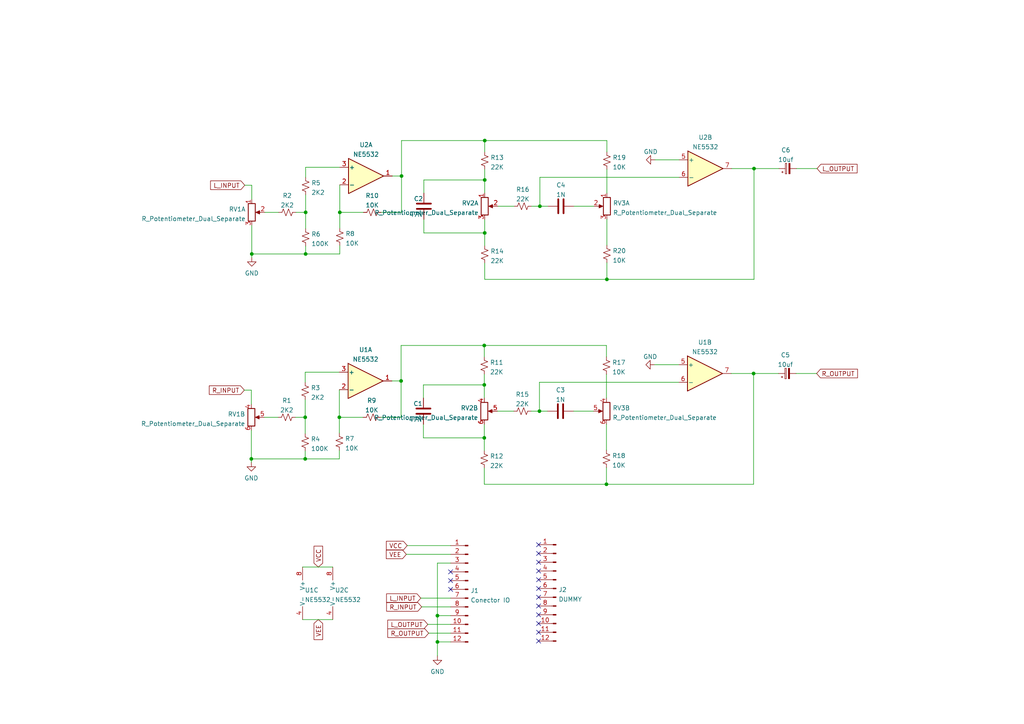
<source format=kicad_sch>
(kicad_sch (version 20211123) (generator eeschema)
  (paper "A4")
  (lib_symbols
    (symbol "Amplifier_Operational:NE5532" (pin_names (offset 0.127))
      (property "Reference" "U" (at 0 5.08 0))
      (property "Value" "NE5532" (at 0 -5.08 0))
      (symbol "NE5532_1_1"
        (polyline (pts (xy -5.08 5.08) (xy 5.08 0) (xy -5.08 -5.08) (xy -5.08 5.08)) (stroke (width 0.254)) (fill (type background)))
        (pin output line (at 7.62 0 180) (length 2.54) (name "~") (number "1"))
        (pin input line (at -7.62 -2.54 0) (length 2.54) (name "-") (number "2"))
        (pin input line (at -7.62 2.54 0) (length 2.54) (name "+") (number "3"))
      )
      (symbol "NE5532_2_1"
        (polyline (pts (xy -5.08 5.08) (xy 5.08 0) (xy -5.08 -5.08) (xy -5.08 5.08)) (stroke (width 0.254)) (fill (type background)))
        (pin input line (at -7.62 2.54 0) (length 2.54) (name "+") (number "5"))
        (pin input line (at -7.62 -2.54 0) (length 2.54) (name "-") (number "6"))
        (pin output line (at 7.62 0 180) (length 2.54) (name "~") (number "7"))
      )
      (symbol "NE5532_3_1"
        (pin power_in line (at -2.54 -7.62 90) (length 3.81) (name "V-") (number "4"))
        (pin power_in line (at -2.54 7.62 270) (length 3.81) (name "V+") (number "8"))
      )
    )
    (symbol "Connector:Conn_01x12_Male" (pin_names (offset 1.016) hide)
      (property "Reference" "J" (at 0 15.24 0))
      (property "Value" "Conn_01x12_Male" (at 0 -17.78 0))
      (symbol "Conn_01x12_Male_1_1"
        (polyline (pts (xy 1.27 -15.24) (xy 0.8636 -15.24)) (stroke (width 0.1524)))
        (polyline (pts (xy 1.27 -12.7) (xy 0.8636 -12.7)) (stroke (width 0.1524)))
        (polyline (pts (xy 1.27 -10.16) (xy 0.8636 -10.16)) (stroke (width 0.1524)))
        (polyline (pts (xy 1.27 -7.62) (xy 0.8636 -7.62)) (stroke (width 0.1524)))
        (polyline (pts (xy 1.27 -5.08) (xy 0.8636 -5.08)) (stroke (width 0.1524)))
        (polyline (pts (xy 1.27 -2.54) (xy 0.8636 -2.54)) (stroke (width 0.1524)))
        (polyline (pts (xy 1.27 0) (xy 0.8636 0)) (stroke (width 0.1524)))
        (polyline (pts (xy 1.27 2.54) (xy 0.8636 2.54)) (stroke (width 0.1524)))
        (polyline (pts (xy 1.27 5.08) (xy 0.8636 5.08)) (stroke (width 0.1524)))
        (polyline (pts (xy 1.27 7.62) (xy 0.8636 7.62)) (stroke (width 0.1524)))
        (polyline (pts (xy 1.27 10.16) (xy 0.8636 10.16)) (stroke (width 0.1524)))
        (polyline (pts (xy 1.27 12.7) (xy 0.8636 12.7)) (stroke (width 0.1524)))
        (rectangle (start 0.8636 -15.113) (end 0 -15.367) (stroke (width 0.1524)) (fill (type outline)))
        (rectangle (start 0.8636 -12.573) (end 0 -12.827) (stroke (width 0.1524)) (fill (type outline)))
        (rectangle (start 0.8636 -10.033) (end 0 -10.287) (stroke (width 0.1524)) (fill (type outline)))
        (rectangle (start 0.8636 -7.493) (end 0 -7.747) (stroke (width 0.1524)) (fill (type outline)))
        (rectangle (start 0.8636 -4.953) (end 0 -5.207) (stroke (width 0.1524)) (fill (type outline)))
        (rectangle (start 0.8636 -2.413) (end 0 -2.667) (stroke (width 0.1524)) (fill (type outline)))
        (rectangle (start 0.8636 0.127) (end 0 -0.127) (stroke (width 0.1524)) (fill (type outline)))
        (rectangle (start 0.8636 2.667) (end 0 2.413) (stroke (width 0.1524)) (fill (type outline)))
        (rectangle (start 0.8636 5.207) (end 0 4.953) (stroke (width 0.1524)) (fill (type outline)))
        (rectangle (start 0.8636 7.747) (end 0 7.493) (stroke (width 0.1524)) (fill (type outline)))
        (rectangle (start 0.8636 10.287) (end 0 10.033) (stroke (width 0.1524)) (fill (type outline)))
        (rectangle (start 0.8636 12.827) (end 0 12.573) (stroke (width 0.1524)) (fill (type outline)))
        (pin passive line (at 5.08 12.7 180) (length 3.81) (name "Pin_1") (number "1"))
        (pin passive line (at 5.08 -10.16 180) (length 3.81) (name "Pin_10") (number "10"))
        (pin passive line (at 5.08 -12.7 180) (length 3.81) (name "Pin_11") (number "11"))
        (pin passive line (at 5.08 -15.24 180) (length 3.81) (name "Pin_12") (number "12"))
        (pin passive line (at 5.08 10.16 180) (length 3.81) (name "Pin_2") (number "2"))
        (pin passive line (at 5.08 7.62 180) (length 3.81) (name "Pin_3") (number "3"))
        (pin passive line (at 5.08 5.08 180) (length 3.81) (name "Pin_4") (number "4"))
        (pin passive line (at 5.08 2.54 180) (length 3.81) (name "Pin_5") (number "5"))
        (pin passive line (at 5.08 0 180) (length 3.81) (name "Pin_6") (number "6"))
        (pin passive line (at 5.08 -2.54 180) (length 3.81) (name "Pin_7") (number "7"))
        (pin passive line (at 5.08 -5.08 180) (length 3.81) (name "Pin_8") (number "8"))
        (pin passive line (at 5.08 -7.62 180) (length 3.81) (name "Pin_9") (number "9"))
      )
    )
    (symbol "Device:C" (pin_numbers hide) (pin_names (offset 0.254))
      (property "Reference" "C" (at 0.635 2.54 0))
      (property "Value" "C" (at 0.635 -2.54 0))
      (symbol "C_0_1"
        (polyline (pts (xy -2.032 -0.762) (xy 2.032 -0.762)) (stroke (width 0.508)))
        (polyline (pts (xy -2.032 0.762) (xy 2.032 0.762)) (stroke (width 0.508)))
      )
      (symbol "C_1_1"
        (pin passive line (at 0 3.81 270) (length 2.794) (name "~") (number "1"))
        (pin passive line (at 0 -3.81 90) (length 2.794) (name "~") (number "2"))
      )
    )
    (symbol "Device:C_Polarized_Small" (pin_numbers hide) (pin_names (offset 0.254) hide)
      (property "Reference" "C" (at 0.254 1.778 0))
      (property "Value" "C_Polarized_Small" (at 0.254 -2.032 0))
      (symbol "C_Polarized_Small_0_1"
        (rectangle (start -1.524 -0.3048) (end 1.524 -0.6858) (fill (type outline)))
        (rectangle (start -1.524 0.6858) (end 1.524 0.3048))
        (polyline (pts (xy -1.27 1.524) (xy -0.762 1.524)))
        (polyline (pts (xy -1.016 1.27) (xy -1.016 1.778)))
      )
      (symbol "C_Polarized_Small_1_1"
        (pin passive line (at 0 2.54 270) (length 1.8542) (name "~") (number "1"))
        (pin passive line (at 0 -2.54 90) (length 1.8542) (name "~") (number "2"))
      )
    )
    (symbol "Device:R_Potentiometer_Dual_Separate" (pin_names (offset 1.016) hide)
      (property "Reference" "RV" (at -4.445 0 90))
      (property "Value" "R_Potentiometer_Dual_Separate" (at -2.54 0 90))
      (symbol "R_Potentiometer_Dual_Separate_0_1"
        (polyline (pts (xy 2.54 0) (xy 1.524 0)))
        (polyline (pts (xy 1.143 0) (xy 2.286 0.508) (xy 2.286 -0.508) (xy 1.143 0)) (fill (type outline)))
        (rectangle (start 1.016 2.54) (end -1.016 -2.54) (stroke (width 0.254)))
      )
      (symbol "R_Potentiometer_Dual_Separate_1_1"
        (pin passive line (at 0 3.81 270) (length 1.27) (name "1") (number "1"))
        (pin passive line (at 3.81 0 180) (length 1.27) (name "2") (number "2"))
        (pin passive line (at 0 -3.81 90) (length 1.27) (name "3") (number "3"))
      )
      (symbol "R_Potentiometer_Dual_Separate_2_1"
        (pin passive line (at 0 3.81 270) (length 1.27) (name "4") (number "4"))
        (pin passive line (at 3.81 0 180) (length 1.27) (name "5") (number "5"))
        (pin passive line (at 0 -3.81 90) (length 1.27) (name "6") (number "6"))
      )
    )
    (symbol "Device:R_Small_US" (pin_numbers hide) (pin_names (offset 0.254) hide)
      (property "Reference" "R" (at 0.762 0.508 0))
      (property "Value" "R_Small_US" (at 0.762 -1.016 0))
      (symbol "R_Small_US_1_1"
        (polyline (pts (xy 0 0) (xy 1.016 -0.381) (xy 0 -0.762) (xy -1.016 -1.143) (xy 0 -1.524)))
        (polyline (pts (xy 0 1.524) (xy 1.016 1.143) (xy 0 0.762) (xy -1.016 0.381) (xy 0 0)))
        (pin passive line (at 0 2.54 270) (length 1.016) (name "~") (number "1"))
        (pin passive line (at 0 -2.54 90) (length 1.016) (name "~") (number "2"))
      )
    )
    (symbol "power:GND" (power) (pin_names (offset 0))
      (property "Value" "GND" (at 0 -3.81 0))
      (symbol "GND_0_1"
        (polyline (pts (xy 0 0) (xy 0 -1.27) (xy 1.27 -1.27) (xy 0 -2.54) (xy -1.27 -1.27) (xy 0 -1.27)))
      )
      (symbol "GND_1_1"
        (pin power_in line (at 0 0 270) (length 0) hide (name "GND") (number "1"))
      )
    )
  )
  (junction (at 116.459 51.054))
  (junction (at 73.025 73.66))
  (junction (at 126.873 178.562))
  (junction (at 88.519 133.096))
  (junction (at 140.589 67.564))
  (junction (at 140.589 40.767))
  (junction (at 126.873 186.182))
  (junction (at 175.895 140.462))
  (junction (at 176.022 81.026))
  (junction (at 72.898 133.096))
  (junction (at 218.694 48.895))
  (junction (at 98.552 61.595))
  (junction (at 140.589 52.197))
  (junction (at 218.567 108.331))
  (junction (at 156.591 59.817))
  (junction (at 88.646 73.66))
  (junction (at 140.462 100.203))
  (junction (at 116.332 110.49))
  (junction (at 140.462 111.633))
  (junction (at 98.425 121.031))
  (junction (at 88.519 121.031))
  (junction (at 140.462 127))
  (junction (at 88.646 61.595))
  (junction (at 156.464 119.253))
  (no_connect (at 130.683 170.942))
  (no_connect (at 130.683 168.402))
  (no_connect (at 130.683 165.862))
  (no_connect (at 156.21 157.988))
  (no_connect (at 156.21 160.528))
  (no_connect (at 156.21 163.068))
  (no_connect (at 156.21 165.608))
  (no_connect (at 156.21 168.148))
  (no_connect (at 156.21 170.688))
  (no_connect (at 156.21 173.228))
  (no_connect (at 156.21 175.768))
  (no_connect (at 156.21 178.308))
  (no_connect (at 156.21 180.848))
  (no_connect (at 156.21 183.388))
  (no_connect (at 156.21 185.928))
  (wire (pts (xy 126.873 178.562) (xy 126.873 163.322)))
  (wire (pts (xy 218.694 48.895) (xy 225.933 48.895)))
  (wire (pts (xy 140.462 111.633) (xy 140.462 115.443)))
  (wire (pts (xy 140.589 44.069) (xy 140.589 40.767)))
  (wire (pts (xy 196.85 110.871) (xy 156.464 110.871)))
  (wire (pts (xy 72.898 113.157) (xy 72.898 117.221)))
  (wire (pts (xy 88.519 121.031) (xy 88.519 115.951)))
  (wire (pts (xy 156.591 51.435) (xy 156.591 59.817)))
  (wire (pts (xy 98.425 121.031) (xy 105.283 121.031)))
  (wire (pts (xy 117.856 160.782) (xy 130.683 160.782)))
  (wire (pts (xy 140.589 52.197) (xy 140.589 56.007)))
  (wire (pts (xy 98.552 71.247) (xy 98.552 73.66)))
  (wire (pts (xy 140.462 108.585) (xy 140.462 111.633)))
  (wire (pts (xy 85.852 61.595) (xy 88.646 61.595)))
  (wire (pts (xy 156.464 119.253) (xy 158.75 119.253)))
  (wire (pts (xy 176.022 49.149) (xy 176.022 56.007)))
  (wire (pts (xy 70.866 113.157) (xy 72.898 113.157)))
  (wire (pts (xy 144.272 119.253) (xy 148.971 119.253)))
  (wire (pts (xy 87.757 179.705) (xy 96.52 179.705)))
  (wire (pts (xy 122.301 176.022) (xy 130.683 176.022)))
  (wire (pts (xy 176.022 44.069) (xy 176.022 40.767)))
  (wire (pts (xy 176.022 40.767) (xy 140.589 40.767)))
  (wire (pts (xy 196.977 51.435) (xy 156.591 51.435)))
  (wire (pts (xy 189.865 105.791) (xy 196.85 105.791)))
  (wire (pts (xy 124.333 183.642) (xy 130.683 183.642)))
  (wire (pts (xy 126.873 186.182) (xy 126.873 178.562)))
  (wire (pts (xy 118.11 158.242) (xy 130.683 158.242)))
  (wire (pts (xy 88.646 61.595) (xy 88.646 56.515)))
  (wire (pts (xy 72.898 133.096) (xy 72.898 134.112)))
  (wire (pts (xy 98.425 107.95) (xy 88.519 107.95)))
  (wire (pts (xy 144.399 59.817) (xy 149.098 59.817)))
  (wire (pts (xy 122.047 173.482) (xy 130.683 173.482)))
  (wire (pts (xy 218.694 48.895) (xy 218.694 81.026)))
  (wire (pts (xy 176.022 63.627) (xy 176.022 71.12)))
  (wire (pts (xy 176.022 81.026) (xy 140.589 81.026)))
  (wire (pts (xy 154.178 59.817) (xy 156.591 59.817)))
  (wire (pts (xy 116.332 110.49) (xy 116.332 121.031)))
  (wire (pts (xy 116.459 40.767) (xy 116.459 51.054)))
  (wire (pts (xy 140.462 100.203) (xy 116.332 100.203)))
  (wire (pts (xy 230.886 108.331) (xy 236.855 108.331)))
  (wire (pts (xy 87.757 164.465) (xy 96.52 164.465)))
  (wire (pts (xy 218.567 140.462) (xy 175.895 140.462)))
  (wire (pts (xy 218.694 81.026) (xy 176.022 81.026)))
  (wire (pts (xy 166.497 59.817) (xy 172.212 59.817)))
  (wire (pts (xy 98.425 113.03) (xy 98.425 121.031)))
  (wire (pts (xy 212.09 108.331) (xy 218.567 108.331)))
  (wire (pts (xy 113.665 110.49) (xy 116.332 110.49)))
  (wire (pts (xy 88.519 121.031) (xy 88.519 125.73)))
  (wire (pts (xy 98.425 133.096) (xy 88.519 133.096)))
  (wire (pts (xy 231.013 48.895) (xy 236.982 48.895)))
  (wire (pts (xy 140.589 67.564) (xy 140.589 71.247)))
  (wire (pts (xy 140.589 49.149) (xy 140.589 52.197)))
  (wire (pts (xy 73.025 65.405) (xy 73.025 73.66)))
  (wire (pts (xy 98.552 61.595) (xy 105.41 61.595)))
  (wire (pts (xy 116.459 61.595) (xy 110.49 61.595)))
  (wire (pts (xy 189.992 46.355) (xy 196.977 46.355)))
  (wire (pts (xy 156.591 59.817) (xy 158.877 59.817)))
  (wire (pts (xy 73.025 53.721) (xy 73.025 57.785)))
  (wire (pts (xy 98.552 53.594) (xy 98.552 61.595)))
  (wire (pts (xy 70.993 53.721) (xy 73.025 53.721)))
  (wire (pts (xy 98.552 61.595) (xy 98.552 66.167)))
  (wire (pts (xy 124.079 181.102) (xy 130.683 181.102)))
  (wire (pts (xy 175.895 123.063) (xy 175.895 130.556)))
  (wire (pts (xy 140.589 40.767) (xy 116.459 40.767)))
  (wire (pts (xy 88.646 73.66) (xy 73.025 73.66)))
  (wire (pts (xy 126.873 178.562) (xy 130.683 178.562)))
  (wire (pts (xy 140.462 123.063) (xy 140.462 127)))
  (wire (pts (xy 116.332 121.031) (xy 110.363 121.031)))
  (wire (pts (xy 122.809 123.063) (xy 122.809 127)))
  (wire (pts (xy 156.464 110.871) (xy 156.464 119.253)))
  (wire (pts (xy 76.835 61.595) (xy 80.772 61.595)))
  (wire (pts (xy 175.895 103.505) (xy 175.895 100.203)))
  (wire (pts (xy 140.462 127) (xy 140.462 130.683)))
  (wire (pts (xy 126.873 190.246) (xy 126.873 186.182)))
  (wire (pts (xy 122.936 63.627) (xy 122.936 67.564)))
  (wire (pts (xy 88.519 107.95) (xy 88.519 110.871)))
  (wire (pts (xy 122.809 127) (xy 140.462 127)))
  (wire (pts (xy 218.567 108.331) (xy 218.567 140.462)))
  (wire (pts (xy 116.332 100.203) (xy 116.332 110.49)))
  (wire (pts (xy 88.646 71.374) (xy 88.646 73.66)))
  (wire (pts (xy 98.552 48.514) (xy 88.646 48.514)))
  (wire (pts (xy 85.725 121.031) (xy 88.519 121.031)))
  (wire (pts (xy 88.519 133.096) (xy 72.898 133.096)))
  (wire (pts (xy 98.425 130.683) (xy 98.425 133.096)))
  (wire (pts (xy 88.519 130.81) (xy 88.519 133.096)))
  (wire (pts (xy 166.37 119.253) (xy 172.085 119.253)))
  (wire (pts (xy 88.646 61.595) (xy 88.646 66.294)))
  (wire (pts (xy 154.051 119.253) (xy 156.464 119.253)))
  (wire (pts (xy 175.895 140.462) (xy 140.462 140.462)))
  (wire (pts (xy 176.022 76.2) (xy 176.022 81.026)))
  (wire (pts (xy 72.898 124.841) (xy 72.898 133.096)))
  (wire (pts (xy 126.873 186.182) (xy 130.683 186.182)))
  (wire (pts (xy 122.936 67.564) (xy 140.589 67.564)))
  (wire (pts (xy 140.589 63.627) (xy 140.589 67.564)))
  (wire (pts (xy 175.895 100.203) (xy 140.462 100.203)))
  (wire (pts (xy 88.646 48.514) (xy 88.646 51.435)))
  (wire (pts (xy 218.567 108.331) (xy 225.806 108.331)))
  (wire (pts (xy 98.425 121.031) (xy 98.425 125.603)))
  (wire (pts (xy 113.792 51.054) (xy 116.459 51.054)))
  (wire (pts (xy 212.217 48.895) (xy 218.694 48.895)))
  (wire (pts (xy 140.589 81.026) (xy 140.589 76.327)))
  (wire (pts (xy 122.936 52.197) (xy 140.589 52.197)))
  (wire (pts (xy 73.025 73.66) (xy 73.025 74.676)))
  (wire (pts (xy 76.708 121.031) (xy 80.645 121.031)))
  (wire (pts (xy 122.936 56.007) (xy 122.936 52.197)))
  (wire (pts (xy 175.895 108.585) (xy 175.895 115.443)))
  (wire (pts (xy 140.462 140.462) (xy 140.462 135.763)))
  (wire (pts (xy 116.459 51.054) (xy 116.459 61.595)))
  (wire (pts (xy 175.895 135.636) (xy 175.895 140.462)))
  (wire (pts (xy 122.809 115.443) (xy 122.809 111.633)))
  (wire (pts (xy 98.552 73.66) (xy 88.646 73.66)))
  (wire (pts (xy 140.462 103.505) (xy 140.462 100.203)))
  (wire (pts (xy 122.809 111.633) (xy 140.462 111.633)))
  (wire (pts (xy 126.873 163.322) (xy 130.683 163.322)))
  (global_label "L_INPUT" (shape input) (at 70.993 53.721 180) (property "Intersheet References" "${INTERSHEET_REFS}" (effects hide)))
  (global_label "R_OUTPUT" (shape input) (at 124.333 183.642 180) (property "Intersheet References" "${INTERSHEET_REFS}" (effects hide)))
  (global_label "VCC" (shape input) (at 118.11 158.242 180) (property "Intersheet References" "${INTERSHEET_REFS}" (effects hide)))
  (global_label "VEE" (shape input) (at 117.856 160.782 180) (property "Intersheet References" "${INTERSHEET_REFS}" (effects hide)))
  (global_label "VCC" (shape input) (at 92.329 164.465 90) (property "Intersheet References" "${INTERSHEET_REFS}" (effects hide)))
  (global_label "R_INPUT" (shape input) (at 122.301 176.022 180) (property "Intersheet References" "${INTERSHEET_REFS}" (effects hide)))
  (global_label "R_INPUT" (shape input) (at 70.866 113.157 180) (property "Intersheet References" "${INTERSHEET_REFS}" (effects hide)))
  (global_label "L_OUTPUT" (shape input) (at 236.982 48.895 0) (property "Intersheet References" "${INTERSHEET_REFS}" (effects hide)))
  (global_label "R_OUTPUT" (shape input) (at 236.855 108.331 0) (property "Intersheet References" "${INTERSHEET_REFS}" (effects hide)))
  (global_label "VEE" (shape input) (at 92.329 179.705 270) (property "Intersheet References" "${INTERSHEET_REFS}" (effects hide)))
  (global_label "L_INPUT" (shape input) (at 122.047 173.482 180) (property "Intersheet References" "${INTERSHEET_REFS}" (effects hide)))
  (global_label "L_OUTPUT" (shape input) (at 124.079 181.102 180) (property "Intersheet References" "${INTERSHEET_REFS}" (effects hide)))
  (symbol (lib_id "Device:C") (at 122.936 59.817 0) (unit 1)
    (property "Reference" "C2" (at 120.015 57.658 0) (effects (justify left)))
    (property "Value" "47N" (at 118.618 62.23 0) (effects (justify left)))
    (property "Footprint" "Capacitor_SMD:C_1210_3225Metric" (effects hide))
  )
  (symbol (lib_id "Device:R_Small_US") (at 176.022 73.66 180) (unit 1)
    (property "Reference" "R20" (at 177.673 72.7515 0) (effects (justify right)))
    (property "Value" "10K" (at 177.673 75.5266 0) (effects (justify right)))
    (property "Footprint" "Resistor_SMD:R_0805_2012Metric" (effects hide))
  )
  (symbol (lib_id "Device:R_Small_US") (at 151.638 59.817 270) (unit 1)
    (property "Reference" "R16" (at 151.638 54.9615 90))
    (property "Value" "22K" (at 151.638 57.7366 90))
    (property "Footprint" "Resistor_SMD:R_0805_2012Metric" (effects hide))
  )
  (symbol (lib_id "power:GND") (at 72.898 134.112 0) (unit 1)
    (property "Reference" "#PWR0107" (effects hide))
    (property "Value" "GND" (at 72.898 138.6745 0))
  )
  (symbol (lib_id "Device:R_Small_US") (at 176.022 46.609 180) (unit 1)
    (property "Reference" "R19" (at 177.673 45.7005 0) (effects (justify right)))
    (property "Value" "10K" (at 177.673 48.4756 0) (effects (justify right)))
    (property "Footprint" "Resistor_SMD:R_0805_2012Metric" (effects hide))
  )
  (symbol (lib_id "Device:R_Small_US") (at 98.425 128.143 180) (unit 1)
    (property "Reference" "R7" (at 100.076 127.2345 0) (effects (justify right)))
    (property "Value" "10K" (at 100.076 130.0096 0) (effects (justify right)))
    (property "Footprint" "Resistor_SMD:R_0805_2012Metric" (effects hide))
  )
  (symbol (lib_id "Device:R_Potentiometer_Dual_Separate") (at 176.022 59.817 0) (mirror y) (unit 1)
    (property "Reference" "RV3" (at 177.8 58.9085 0) (effects (justify right)))
    (property "Value" "R_Potentiometer_Dual_Separate" (at 177.8 61.6836 0) (effects (justify right)))
    (property "Footprint" "Potentiometer_THT:Potentiometer_Alpha_RD902F-40-00D_Dual_Vertical" (effects hide))
  )
  (symbol (lib_id "Amplifier_Operational:NE5532") (at 106.045 110.49 0) (unit 1)
    (property "Reference" "U1" (at 106.045 101.4435 0))
    (property "Value" "NE5532" (at 106.045 104.2186 0))
    (property "Footprint" "Package_DIP:DIP-8_W7.62mm_Socket" (effects hide))
    (property "Datasheet" "http://www.ti.com/lit/ds/symlink/ne5532.pdf" (effects hide))
  )
  (symbol (lib_id "Device:R_Potentiometer_Dual_Separate") (at 140.462 119.253 0) (unit 2)
    (property "Reference" "RV2" (at 138.684 118.3445 0) (effects (justify right)))
    (property "Value" "R_Potentiometer_Dual_Separate" (at 138.684 121.1196 0) (effects (justify right)))
    (property "Footprint" "Potentiometer_THT:Potentiometer_Alpha_RD902F-40-00D_Dual_Vertical" (effects hide))
  )
  (symbol (lib_id "Device:R_Small_US") (at 88.519 128.27 180) (unit 1)
    (property "Reference" "R4" (at 90.17 127.3615 0) (effects (justify right)))
    (property "Value" "100K" (at 90.17 130.1366 0) (effects (justify right)))
    (property "Footprint" "Resistor_SMD:R_0805_2012Metric" (effects hide))
  )
  (symbol (lib_id "Connector:Conn_01x12_Male") (at 161.29 170.688 0) (mirror y) (unit 1)
    (property "Reference" "J2" (at 162.0012 171.0495 0) (effects (justify right)))
    (property "Value" "DUMMY" (at 162.0012 173.8246 0) (effects (justify right)))
    (property "Footprint" "TSD MIXER FOOTPRINTS:PinHeader_2x12_P2.54mm_Vertical" (effects hide))
  )
  (symbol (lib_id "Device:C_Polarized_Small") (at 228.473 48.895 90) (unit 1)
    (property "Reference" "C6" (at 227.9269 43.5315 90))
    (property "Value" "10uf" (at 227.9269 46.3066 90))
    (property "Footprint" "Capacitor_SMD:CP_Elec_6.3x5.4_Nichicon" (effects hide))
  )
  (symbol (lib_id "Amplifier_Operational:NE5532") (at 99.06 172.085 0) (unit 3)
    (property "Reference" "U2" (at 97.155 171.1765 0) (effects (justify left)))
    (property "Value" "NE5532" (at 97.155 173.9516 0) (effects (justify left)))
    (property "Footprint" "Package_DIP:DIP-8_W7.62mm_Socket" (effects hide))
    (property "Datasheet" "http://www.ti.com/lit/ds/symlink/ne5532.pdf" (effects hide))
  )
  (symbol (lib_id "Device:R_Small_US") (at 107.95 61.595 270) (unit 1)
    (property "Reference" "R10" (at 107.95 56.7395 90))
    (property "Value" "10K" (at 107.95 59.5146 90))
    (property "Footprint" "Resistor_SMD:R_0805_2012Metric" (effects hide))
  )
  (symbol (lib_id "Device:R_Small_US") (at 107.823 121.031 270) (unit 1)
    (property "Reference" "R9" (at 107.823 116.1755 90))
    (property "Value" "10K" (at 107.823 118.9506 90))
    (property "Footprint" "Resistor_SMD:R_0805_2012Metric" (effects hide))
  )
  (symbol (lib_id "Device:R_Small_US") (at 98.552 68.707 180) (unit 1)
    (property "Reference" "R8" (at 100.203 67.7985 0) (effects (justify right)))
    (property "Value" "10K" (at 100.203 70.5736 0) (effects (justify right)))
    (property "Footprint" "Resistor_SMD:R_0805_2012Metric" (effects hide))
  )
  (symbol (lib_id "Device:R_Small_US") (at 88.646 53.975 180) (unit 1)
    (property "Reference" "R5" (at 90.297 53.0665 0) (effects (justify right)))
    (property "Value" "2K2" (at 90.297 55.8416 0) (effects (justify right)))
    (property "Footprint" "Resistor_SMD:R_0805_2012Metric" (effects hide))
  )
  (symbol (lib_id "Device:C") (at 162.687 59.817 90) (unit 1)
    (property "Reference" "C4" (at 162.687 53.6915 90))
    (property "Value" "1N" (at 162.687 56.4666 90))
    (property "Footprint" "Capacitor_SMD:C_1210_3225Metric" (effects hide))
  )
  (symbol (lib_id "Device:R_Small_US") (at 88.519 113.411 180) (unit 1)
    (property "Reference" "R3" (at 90.17 112.5025 0) (effects (justify right)))
    (property "Value" "2K2" (at 90.17 115.2776 0) (effects (justify right)))
    (property "Footprint" "Resistor_SMD:R_0805_2012Metric" (effects hide))
  )
  (symbol (lib_id "Connector:Conn_01x12_Male") (at 135.763 170.942 0) (mirror y) (unit 1)
    (property "Reference" "J1" (at 136.4742 171.3035 0) (effects (justify right)))
    (property "Value" "Conector IO" (at 136.4742 174.0786 0) (effects (justify right)))
    (property "Footprint" "TSD MIXER FOOTPRINTS:PinHeader_2x12_P2.54mm_Vertical" (effects hide))
  )
  (symbol (lib_id "Amplifier_Operational:NE5532") (at 106.172 51.054 0) (unit 1)
    (property "Reference" "U2" (at 106.172 42.0075 0))
    (property "Value" "NE5532" (at 106.172 44.7826 0))
    (property "Footprint" "Package_DIP:DIP-8_W7.62mm_Socket" (effects hide))
    (property "Datasheet" "http://www.ti.com/lit/ds/symlink/ne5532.pdf" (effects hide))
  )
  (symbol (lib_id "Device:C") (at 162.56 119.253 90) (unit 1)
    (property "Reference" "C3" (at 162.56 113.1275 90))
    (property "Value" "1N" (at 162.56 115.9026 90))
    (property "Footprint" "Capacitor_SMD:C_1210_3225Metric" (effects hide))
  )
  (symbol (lib_id "Device:R_Potentiometer_Dual_Separate") (at 73.025 61.595 0) (unit 1)
    (property "Reference" "RV1" (at 71.247 60.6865 0) (effects (justify right)))
    (property "Value" "R_Potentiometer_Dual_Separate" (at 71.247 63.4616 0) (effects (justify right)))
    (property "Footprint" "Custom Library:ALPS RS60112" (effects hide))
  )
  (symbol (lib_id "Device:C") (at 122.809 119.253 0) (unit 1)
    (property "Reference" "C1" (at 119.888 117.094 0) (effects (justify left)))
    (property "Value" "47N" (at 118.491 121.666 0) (effects (justify left)))
    (property "Footprint" "Capacitor_SMD:C_1210_3225Metric" (effects hide))
  )
  (symbol (lib_id "power:GND") (at 73.025 74.676 0) (unit 1)
    (property "Reference" "#PWR0104" (effects hide))
    (property "Value" "GND" (at 73.025 79.2385 0))
  )
  (symbol (lib_id "Amplifier_Operational:NE5532") (at 204.597 48.895 0) (unit 2)
    (property "Reference" "U2" (at 204.597 39.8485 0))
    (property "Value" "NE5532" (at 204.597 42.6236 0))
    (property "Footprint" "Package_DIP:DIP-8_W7.62mm_Socket" (effects hide))
    (property "Datasheet" "http://www.ti.com/lit/ds/symlink/ne5532.pdf" (effects hide))
  )
  (symbol (lib_id "Device:R_Small_US") (at 88.646 68.834 180) (unit 1)
    (property "Reference" "R6" (at 90.297 67.9255 0) (effects (justify right)))
    (property "Value" "100K" (at 90.297 70.7006 0) (effects (justify right)))
    (property "Footprint" "Resistor_SMD:R_0805_2012Metric" (effects hide))
  )
  (symbol (lib_id "Amplifier_Operational:NE5532") (at 204.47 108.331 0) (unit 2)
    (property "Reference" "U1" (at 204.47 99.2845 0))
    (property "Value" "NE5532" (at 204.47 102.0596 0))
    (property "Footprint" "Package_DIP:DIP-8_W7.62mm_Socket" (effects hide))
    (property "Datasheet" "http://www.ti.com/lit/ds/symlink/ne5532.pdf" (effects hide))
  )
  (symbol (lib_id "Device:R_Potentiometer_Dual_Separate") (at 140.589 59.817 0) (unit 1)
    (property "Reference" "RV2" (at 138.811 58.9085 0) (effects (justify right)))
    (property "Value" "R_Potentiometer_Dual_Separate" (at 138.811 61.6836 0) (effects (justify right)))
    (property "Footprint" "Potentiometer_THT:Potentiometer_Alpha_RD902F-40-00D_Dual_Vertical" (effects hide))
  )
  (symbol (lib_id "Device:C_Polarized_Small") (at 228.346 108.331 90) (unit 1)
    (property "Reference" "C5" (at 227.7999 102.9675 90))
    (property "Value" "10uf" (at 227.7999 105.7426 90))
    (property "Footprint" "Capacitor_SMD:CP_Elec_6.3x5.4_Nichicon" (effects hide))
  )
  (symbol (lib_id "Device:R_Small_US") (at 175.895 133.096 180) (unit 1)
    (property "Reference" "R18" (at 177.546 132.1875 0) (effects (justify right)))
    (property "Value" "10K" (at 177.546 134.9626 0) (effects (justify right)))
    (property "Footprint" "Resistor_SMD:R_0805_2012Metric" (effects hide))
  )
  (symbol (lib_id "power:GND") (at 126.873 190.246 0) (unit 1)
    (property "Reference" "#PWR0101" (effects hide))
    (property "Value" "GND" (at 126.873 194.8085 0))
  )
  (symbol (lib_id "Device:R_Small_US") (at 83.312 61.595 90) (unit 1)
    (property "Reference" "R2" (at 83.312 56.7395 90))
    (property "Value" "2K2" (at 83.312 59.5146 90))
    (property "Footprint" "Resistor_SMD:R_0805_2012Metric" (effects hide))
  )
  (symbol (lib_id "Device:R_Potentiometer_Dual_Separate") (at 72.898 121.031 0) (unit 2)
    (property "Reference" "RV1" (at 71.12 120.1225 0) (effects (justify right)))
    (property "Value" "R_Potentiometer_Dual_Separate" (at 71.12 122.8976 0) (effects (justify right)))
    (property "Footprint" "Custom Library:ALPS RS60112" (effects hide))
  )
  (symbol (lib_id "Device:R_Small_US") (at 83.185 121.031 90) (unit 1)
    (property "Reference" "R1" (at 83.185 116.1755 90))
    (property "Value" "2K2" (at 83.185 118.9506 90))
    (property "Footprint" "Resistor_SMD:R_0805_2012Metric" (effects hide))
  )
  (symbol (lib_id "Device:R_Potentiometer_Dual_Separate") (at 175.895 119.253 0) (mirror y) (unit 2)
    (property "Reference" "RV3" (at 177.673 118.3445 0) (effects (justify right)))
    (property "Value" "R_Potentiometer_Dual_Separate" (at 177.673 121.1196 0) (effects (justify right)))
    (property "Footprint" "Potentiometer_THT:Potentiometer_Alpha_RD902F-40-00D_Dual_Vertical" (effects hide))
  )
  (symbol (lib_id "Device:R_Small_US") (at 151.511 119.253 270) (unit 1)
    (property "Reference" "R15" (at 151.511 114.3975 90))
    (property "Value" "22K" (at 151.511 117.1726 90))
    (property "Footprint" "Resistor_SMD:R_0805_2012Metric" (effects hide))
  )
  (symbol (lib_id "Device:R_Small_US") (at 175.895 106.045 180) (unit 1)
    (property "Reference" "R17" (at 177.546 105.1365 0) (effects (justify right)))
    (property "Value" "10K" (at 177.546 107.9116 0) (effects (justify right)))
    (property "Footprint" "Resistor_SMD:R_0805_2012Metric" (effects hide))
  )
  (symbol (lib_id "Device:R_Small_US") (at 140.589 46.609 180) (unit 1)
    (property "Reference" "R13" (at 142.24 45.7005 0) (effects (justify right)))
    (property "Value" "22K" (at 142.24 48.4756 0) (effects (justify right)))
    (property "Footprint" "Resistor_SMD:R_0805_2012Metric" (effects hide))
  )
  (symbol (lib_id "power:GND") (at 189.865 105.791 270) (unit 1)
    (property "Reference" "#PWR0102" (effects hide))
    (property "Value" "GND" (at 188.595 103.4565 90))
  )
  (symbol (lib_id "power:GND") (at 189.992 46.355 270) (unit 1)
    (property "Reference" "#PWR0103" (effects hide))
    (property "Value" "GND" (at 188.722 44.0205 90))
  )
  (symbol (lib_id "Device:R_Small_US") (at 140.462 133.223 180) (unit 1)
    (property "Reference" "R12" (at 142.113 132.3145 0) (effects (justify right)))
    (property "Value" "22K" (at 142.113 135.0896 0) (effects (justify right)))
    (property "Footprint" "Resistor_SMD:R_0805_2012Metric" (effects hide))
  )
  (symbol (lib_id "Amplifier_Operational:NE5532") (at 90.297 172.085 0) (unit 3)
    (property "Reference" "U1" (at 88.392 171.1765 0) (effects (justify left)))
    (property "Value" "NE5532" (at 88.392 173.9516 0) (effects (justify left)))
    (property "Footprint" "Package_DIP:DIP-8_W7.62mm_Socket" (effects hide))
    (property "Datasheet" "http://www.ti.com/lit/ds/symlink/ne5532.pdf" (effects hide))
  )
  (symbol (lib_id "Device:R_Small_US") (at 140.462 106.045 180) (unit 1)
    (property "Reference" "R11" (at 142.113 105.1365 0) (effects (justify right)))
    (property "Value" "22K" (at 142.113 107.9116 0) (effects (justify right)))
    (property "Footprint" "Resistor_SMD:R_0805_2012Metric" (effects hide))
  )
  (symbol (lib_id "Device:R_Small_US") (at 140.589 73.787 180) (unit 1)
    (property "Reference" "R14" (at 142.24 72.8785 0) (effects (justify right)))
    (property "Value" "22K" (at 142.24 75.6536 0) (effects (justify right)))
    (property "Footprint" "Resistor_SMD:R_0805_2012Metric" (effects hide))
  )
)
</source>
